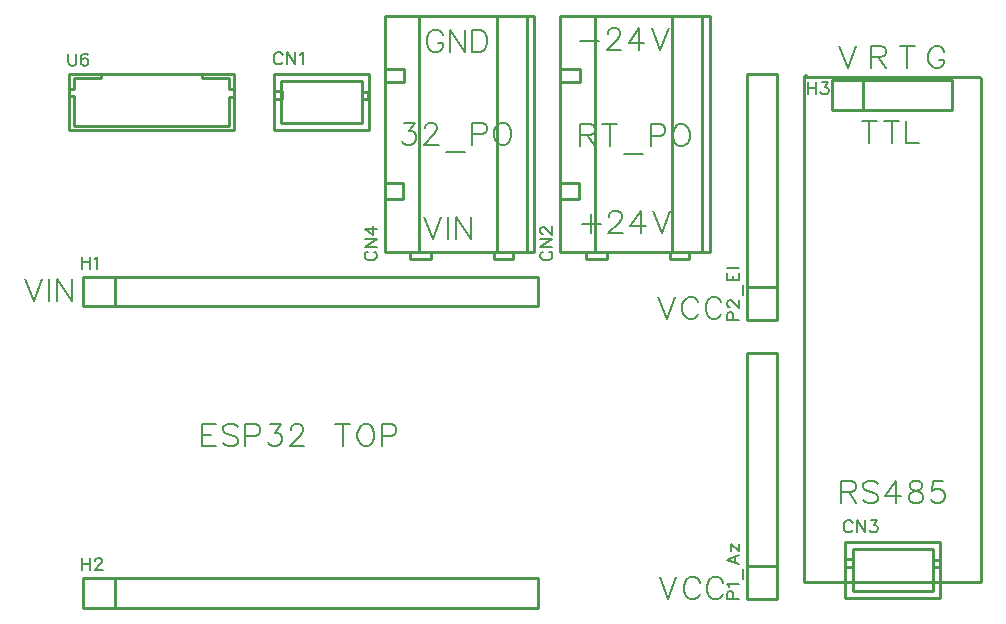
<source format=gto>
G04 Layer: TopSilkscreenLayer*
G04 EasyEDA Pro v2.2.34.8, 2025-02-09 20:03:56*
G04 Gerber Generator version 0.3*
G04 Scale: 100 percent, Rotated: No, Reflected: No*
G04 Dimensions in millimeters*
G04 Leading zeros omitted, absolute positions, 4 integers and 5 decimals*
%FSLAX45Y45*%
%MOMM*%
%ADD10C,0.203*%
%ADD11C,0.1524*%
%ADD12C,0.254*%
G75*


G04 Text Start*
G54D10*
G01X556260Y2989580D02*
G01X627380Y2802890D01*
G01X698500Y2989580D02*
G01X627380Y2802890D01*
G01X761492Y2989580D02*
G01X761492Y2802890D01*
G01X824484Y2989580D02*
G01X824484Y2802890D01*
G01X824484Y2989580D02*
G01X948944Y2802890D01*
G01X948944Y2989580D02*
G01X948944Y2802890D01*
G01X2054860Y1757680D02*
G01X2054860Y1570990D01*
G01X2054860Y1757680D02*
G01X2170430Y1757680D01*
G01X2054860Y1668780D02*
G01X2125980Y1668780D01*
G01X2054860Y1570990D02*
G01X2170430Y1570990D01*
G01X2357882Y1731010D02*
G01X2340102Y1748790D01*
G01X2313432Y1757680D01*
G01X2277872Y1757680D01*
G01X2251202Y1748790D01*
G01X2233422Y1731010D01*
G01X2233422Y1713230D01*
G01X2242312Y1695450D01*
G01X2251202Y1686560D01*
G01X2268982Y1677670D01*
G01X2322322Y1659890D01*
G01X2340102Y1651000D01*
G01X2348992Y1642110D01*
G01X2357882Y1624330D01*
G01X2357882Y1597660D01*
G01X2340102Y1579880D01*
G01X2313432Y1570990D01*
G01X2277872Y1570990D01*
G01X2251202Y1579880D01*
G01X2233422Y1597660D01*
G01X2420874Y1757680D02*
G01X2420874Y1570990D01*
G01X2420874Y1757680D02*
G01X2500884Y1757680D01*
G01X2527554Y1748790D01*
G01X2536444Y1739900D01*
G01X2545334Y1722120D01*
G01X2545334Y1695450D01*
G01X2536444Y1677670D01*
G01X2527554Y1668780D01*
G01X2500884Y1659890D01*
G01X2420874Y1659890D01*
G01X2626106Y1757680D02*
G01X2723896Y1757680D01*
G01X2670556Y1686560D01*
G01X2697226Y1686560D01*
G01X2715006Y1677670D01*
G01X2723896Y1668780D01*
G01X2732786Y1642110D01*
G01X2732786Y1624330D01*
G01X2723896Y1597660D01*
G01X2706116Y1579880D01*
G01X2679446Y1570990D01*
G01X2652776Y1570990D01*
G01X2626106Y1579880D01*
G01X2617216Y1588770D01*
G01X2608326Y1606550D01*
G01X2804668Y1713230D02*
G01X2804668Y1722120D01*
G01X2813558Y1739900D01*
G01X2822448Y1748790D01*
G01X2840228Y1757680D01*
G01X2875788Y1757680D01*
G01X2893568Y1748790D01*
G01X2902458Y1739900D01*
G01X2911348Y1722120D01*
G01X2911348Y1704340D01*
G01X2902458Y1686560D01*
G01X2884678Y1659890D01*
G01X2795778Y1570990D01*
G01X2920238Y1570990D01*
G01X3244596Y1757680D02*
G01X3244596Y1570990D01*
G01X3182366Y1757680D02*
G01X3306826Y1757680D01*
G01X3423158Y1757680D02*
G01X3405378Y1748790D01*
G01X3387598Y1731010D01*
G01X3378708Y1713230D01*
G01X3369818Y1686560D01*
G01X3369818Y1642110D01*
G01X3378708Y1615440D01*
G01X3387598Y1597660D01*
G01X3405378Y1579880D01*
G01X3423158Y1570990D01*
G01X3458718Y1570990D01*
G01X3476498Y1579880D01*
G01X3494278Y1597660D01*
G01X3503168Y1615440D01*
G01X3512058Y1642110D01*
G01X3512058Y1686560D01*
G01X3503168Y1713230D01*
G01X3494278Y1731010D01*
G01X3476498Y1748790D01*
G01X3458718Y1757680D01*
G01X3423158Y1757680D01*
G01X3575050Y1757680D02*
G01X3575050Y1570990D01*
G01X3575050Y1757680D02*
G01X3655060Y1757680D01*
G01X3681730Y1748790D01*
G01X3690620Y1739900D01*
G01X3699510Y1722120D01*
G01X3699510Y1695450D01*
G01X3690620Y1677670D01*
G01X3681730Y1668780D01*
G01X3655060Y1659890D01*
G01X3575050Y1659890D01*
G01X5347970Y3534410D02*
G01X5347970Y3374390D01*
G01X5267960Y3454400D02*
G01X5427980Y3454400D01*
G01X5499862Y3516630D02*
G01X5499862Y3525520D01*
G01X5508752Y3543300D01*
G01X5517642Y3552190D01*
G01X5535422Y3561080D01*
G01X5570982Y3561080D01*
G01X5588762Y3552190D01*
G01X5597652Y3543300D01*
G01X5606542Y3525520D01*
G01X5606542Y3507740D01*
G01X5597652Y3489960D01*
G01X5579872Y3463290D01*
G01X5490972Y3374390D01*
G01X5615432Y3374390D01*
G01X5767324Y3561080D02*
G01X5678424Y3436620D01*
G01X5811774Y3436620D01*
G01X5767324Y3561080D02*
G01X5767324Y3374390D01*
G01X5874766Y3561080D02*
G01X5945886Y3374390D01*
G01X6017006Y3561080D02*
G01X5945886Y3374390D01*
G01X5255260Y5003800D02*
G01X5415280Y5003800D01*
G01X5487162Y5066030D02*
G01X5487162Y5074920D01*
G01X5496052Y5092700D01*
G01X5504942Y5101590D01*
G01X5522722Y5110480D01*
G01X5558282Y5110480D01*
G01X5576062Y5101590D01*
G01X5584952Y5092700D01*
G01X5593842Y5074920D01*
G01X5593842Y5057140D01*
G01X5584952Y5039360D01*
G01X5567172Y5012690D01*
G01X5478272Y4923790D01*
G01X5602732Y4923790D01*
G01X5754624Y5110480D02*
G01X5665724Y4986020D01*
G01X5799074Y4986020D01*
G01X5754624Y5110480D02*
G01X5754624Y4923790D01*
G01X5862066Y5110480D02*
G01X5933186Y4923790D01*
G01X6004306Y5110480D02*
G01X5933186Y4923790D01*
G01X3934460Y3510280D02*
G01X4005580Y3323590D01*
G01X4076700Y3510280D02*
G01X4005580Y3323590D01*
G01X4139692Y3510280D02*
G01X4139692Y3323590D01*
G01X4202684Y3510280D02*
G01X4202684Y3323590D01*
G01X4202684Y3510280D02*
G01X4327144Y3323590D01*
G01X4327144Y3510280D02*
G01X4327144Y3323590D01*
G01X4093210Y5053330D02*
G01X4084320Y5071110D01*
G01X4066540Y5088890D01*
G01X4048760Y5097780D01*
G01X4013200Y5097780D01*
G01X3995420Y5088890D01*
G01X3977640Y5071110D01*
G01X3968750Y5053330D01*
G01X3959860Y5026660D01*
G01X3959860Y4982210D01*
G01X3968750Y4955540D01*
G01X3977640Y4937760D01*
G01X3995420Y4919980D01*
G01X4013200Y4911090D01*
G01X4048760Y4911090D01*
G01X4066540Y4919980D01*
G01X4084320Y4937760D01*
G01X4093210Y4955540D01*
G01X4093210Y4982210D01*
G01X4048760Y4982210D02*
G01X4093210Y4982210D01*
G01X4156202Y5097780D02*
G01X4156202Y4911090D01*
G01X4156202Y5097780D02*
G01X4280662Y4911090D01*
G01X4280662Y5097780D02*
G01X4280662Y4911090D01*
G01X4343654Y5097780D02*
G01X4343654Y4911090D01*
G01X4343654Y5097780D02*
G01X4405884Y5097780D01*
G01X4432554Y5088890D01*
G01X4450334Y5071110D01*
G01X4459224Y5053330D01*
G01X4468114Y5026660D01*
G01X4468114Y4982210D01*
G01X4459224Y4955540D01*
G01X4450334Y4937760D01*
G01X4432554Y4919980D01*
G01X4405884Y4911090D01*
G01X4343654Y4911090D01*
G01X3761740Y4310380D02*
G01X3859530Y4310380D01*
G01X3806190Y4239260D01*
G01X3832860Y4239260D01*
G01X3850640Y4230370D01*
G01X3859530Y4221480D01*
G01X3868420Y4194810D01*
G01X3868420Y4177030D01*
G01X3859530Y4150360D01*
G01X3841750Y4132580D01*
G01X3815080Y4123690D01*
G01X3788410Y4123690D01*
G01X3761740Y4132580D01*
G01X3752850Y4141470D01*
G01X3743960Y4159250D01*
G01X3940302Y4265930D02*
G01X3940302Y4274820D01*
G01X3949192Y4292600D01*
G01X3958082Y4301490D01*
G01X3975862Y4310380D01*
G01X4011422Y4310380D01*
G01X4029202Y4301490D01*
G01X4038092Y4292600D01*
G01X4046982Y4274820D01*
G01X4046982Y4257040D01*
G01X4038092Y4239260D01*
G01X4020312Y4212590D01*
G01X3931412Y4123690D01*
G01X4055872Y4123690D01*
G01X4118864Y4061460D02*
G01X4278884Y4061460D01*
G01X4341876Y4310380D02*
G01X4341876Y4123690D01*
G01X4341876Y4310380D02*
G01X4421886Y4310380D01*
G01X4448556Y4301490D01*
G01X4457446Y4292600D01*
G01X4466336Y4274820D01*
G01X4466336Y4248150D01*
G01X4457446Y4230370D01*
G01X4448556Y4221480D01*
G01X4421886Y4212590D01*
G01X4341876Y4212590D01*
G01X4582668Y4310380D02*
G01X4564888Y4301490D01*
G01X4547108Y4283710D01*
G01X4538218Y4265930D01*
G01X4529328Y4239260D01*
G01X4529328Y4194810D01*
G01X4538218Y4168140D01*
G01X4547108Y4150360D01*
G01X4564888Y4132580D01*
G01X4582668Y4123690D01*
G01X4618228Y4123690D01*
G01X4636008Y4132580D01*
G01X4653788Y4150360D01*
G01X4662678Y4168140D01*
G01X4671568Y4194810D01*
G01X4671568Y4239260D01*
G01X4662678Y4265930D01*
G01X4653788Y4283710D01*
G01X4636008Y4301490D01*
G01X4618228Y4310380D01*
G01X4582668Y4310380D01*
G01X5254562Y4296832D02*
G01X5254562Y4110142D01*
G01X5254562Y4296832D02*
G01X5334572Y4296832D01*
G01X5361242Y4287942D01*
G01X5370132Y4279052D01*
G01X5379022Y4261272D01*
G01X5379022Y4243492D01*
G01X5370132Y4225712D01*
G01X5361242Y4216822D01*
G01X5334572Y4207932D01*
G01X5254562Y4207932D01*
G01X5316792Y4207932D02*
G01X5379022Y4110142D01*
G01X5504244Y4296832D02*
G01X5504244Y4110142D01*
G01X5442014Y4296832D02*
G01X5566474Y4296832D01*
G01X5629466Y4047912D02*
G01X5789486Y4047912D01*
G01X5852478Y4296832D02*
G01X5852478Y4110142D01*
G01X5852478Y4296832D02*
G01X5932488Y4296832D01*
G01X5959158Y4287942D01*
G01X5968048Y4279052D01*
G01X5976938Y4261272D01*
G01X5976938Y4234602D01*
G01X5968048Y4216822D01*
G01X5959158Y4207932D01*
G01X5932488Y4199042D01*
G01X5852478Y4199042D01*
G01X6093270Y4296832D02*
G01X6075490Y4287942D01*
G01X6057710Y4270162D01*
G01X6048820Y4252382D01*
G01X6039930Y4225712D01*
G01X6039930Y4181262D01*
G01X6048820Y4154592D01*
G01X6057710Y4136812D01*
G01X6075490Y4119032D01*
G01X6093270Y4110142D01*
G01X6128830Y4110142D01*
G01X6146610Y4119032D01*
G01X6164390Y4136812D01*
G01X6173280Y4154592D01*
G01X6182170Y4181262D01*
G01X6182170Y4225712D01*
G01X6173280Y4252382D01*
G01X6164390Y4270162D01*
G01X6146610Y4287942D01*
G01X6128830Y4296832D01*
G01X6093270Y4296832D01*
G01X5915660Y2837180D02*
G01X5986780Y2650490D01*
G01X6057900Y2837180D02*
G01X5986780Y2650490D01*
G01X6254242Y2792730D02*
G01X6245352Y2810510D01*
G01X6227572Y2828290D01*
G01X6209792Y2837180D01*
G01X6174232Y2837180D01*
G01X6156452Y2828290D01*
G01X6138672Y2810510D01*
G01X6129782Y2792730D01*
G01X6120892Y2766060D01*
G01X6120892Y2721610D01*
G01X6129782Y2694940D01*
G01X6138672Y2677160D01*
G01X6156452Y2659380D01*
G01X6174232Y2650490D01*
G01X6209792Y2650490D01*
G01X6227572Y2659380D01*
G01X6245352Y2677160D01*
G01X6254242Y2694940D01*
G01X6450584Y2792730D02*
G01X6441694Y2810510D01*
G01X6423914Y2828290D01*
G01X6406134Y2837180D01*
G01X6370574Y2837180D01*
G01X6352794Y2828290D01*
G01X6335014Y2810510D01*
G01X6326124Y2792730D01*
G01X6317234Y2766060D01*
G01X6317234Y2721610D01*
G01X6326124Y2694940D01*
G01X6335014Y2677160D01*
G01X6352794Y2659380D01*
G01X6370574Y2650490D01*
G01X6406134Y2650490D01*
G01X6423914Y2659380D01*
G01X6441694Y2677160D01*
G01X6450584Y2694940D01*
G01X5928360Y462280D02*
G01X5999480Y275590D01*
G01X6070600Y462280D02*
G01X5999480Y275590D01*
G01X6266942Y417830D02*
G01X6258052Y435610D01*
G01X6240272Y453390D01*
G01X6222492Y462280D01*
G01X6186932Y462280D01*
G01X6169152Y453390D01*
G01X6151372Y435610D01*
G01X6142482Y417830D01*
G01X6133592Y391160D01*
G01X6133592Y346710D01*
G01X6142482Y320040D01*
G01X6151372Y302260D01*
G01X6169152Y284480D01*
G01X6186932Y275590D01*
G01X6222492Y275590D01*
G01X6240272Y284480D01*
G01X6258052Y302260D01*
G01X6266942Y320040D01*
G01X6463284Y417830D02*
G01X6454394Y435610D01*
G01X6436614Y453390D01*
G01X6418834Y462280D01*
G01X6383274Y462280D01*
G01X6365494Y453390D01*
G01X6347714Y435610D01*
G01X6338824Y417830D01*
G01X6329934Y391160D01*
G01X6329934Y346710D01*
G01X6338824Y320040D01*
G01X6347714Y302260D01*
G01X6365494Y284480D01*
G01X6383274Y275590D01*
G01X6418834Y275590D01*
G01X6436614Y284480D01*
G01X6454394Y302260D01*
G01X6463284Y320040D01*
G01X7704643Y4323080D02*
G01X7704643Y4136390D01*
G01X7642413Y4323080D02*
G01X7766873Y4323080D01*
G01X7892095Y4323080D02*
G01X7892095Y4136390D01*
G01X7829865Y4323080D02*
G01X7954325Y4323080D01*
G01X8017317Y4323080D02*
G01X8017317Y4136390D01*
G01X8017317Y4136390D02*
G01X8123997Y4136390D01*
G01X7465060Y1275080D02*
G01X7465060Y1088390D01*
G01X7465060Y1275080D02*
G01X7545070Y1275080D01*
G01X7571740Y1266190D01*
G01X7580630Y1257300D01*
G01X7589520Y1239520D01*
G01X7589520Y1221740D01*
G01X7580630Y1203960D01*
G01X7571740Y1195070D01*
G01X7545070Y1186180D01*
G01X7465060Y1186180D01*
G01X7527290Y1186180D02*
G01X7589520Y1088390D01*
G01X7776972Y1248410D02*
G01X7759192Y1266190D01*
G01X7732522Y1275080D01*
G01X7696962Y1275080D01*
G01X7670292Y1266190D01*
G01X7652512Y1248410D01*
G01X7652512Y1230630D01*
G01X7661402Y1212850D01*
G01X7670292Y1203960D01*
G01X7688072Y1195070D01*
G01X7741412Y1177290D01*
G01X7759192Y1168400D01*
G01X7768082Y1159510D01*
G01X7776972Y1141730D01*
G01X7776972Y1115060D01*
G01X7759192Y1097280D01*
G01X7732522Y1088390D01*
G01X7696962Y1088390D01*
G01X7670292Y1097280D01*
G01X7652512Y1115060D01*
G01X7928864Y1275080D02*
G01X7839964Y1150620D01*
G01X7973314Y1150620D01*
G01X7928864Y1275080D02*
G01X7928864Y1088390D01*
G01X8080756Y1275080D02*
G01X8054086Y1266190D01*
G01X8045196Y1248410D01*
G01X8045196Y1230630D01*
G01X8054086Y1212850D01*
G01X8071866Y1203960D01*
G01X8107426Y1195070D01*
G01X8134096Y1186180D01*
G01X8151876Y1168400D01*
G01X8160766Y1150620D01*
G01X8160766Y1123950D01*
G01X8151876Y1106170D01*
G01X8142986Y1097280D01*
G01X8116316Y1088390D01*
G01X8080756Y1088390D01*
G01X8054086Y1097280D01*
G01X8045196Y1106170D01*
G01X8036306Y1123950D01*
G01X8036306Y1150620D01*
G01X8045196Y1168400D01*
G01X8062976Y1186180D01*
G01X8089646Y1195070D01*
G01X8125206Y1203960D01*
G01X8142986Y1212850D01*
G01X8151876Y1230630D01*
G01X8151876Y1248410D01*
G01X8142986Y1266190D01*
G01X8116316Y1275080D01*
G01X8080756Y1275080D01*
G01X8330438Y1275080D02*
G01X8241538Y1275080D01*
G01X8232648Y1195070D01*
G01X8241538Y1203960D01*
G01X8268208Y1212850D01*
G01X8294878Y1212850D01*
G01X8321548Y1203960D01*
G01X8339328Y1186180D01*
G01X8348218Y1159510D01*
G01X8348218Y1141730D01*
G01X8339328Y1115060D01*
G01X8321548Y1097280D01*
G01X8294878Y1088390D01*
G01X8268208Y1088390D01*
G01X8241538Y1097280D01*
G01X8232648Y1106170D01*
G01X8223758Y1123950D01*
G01X7717484Y4958080D02*
G01X7717484Y4771390D01*
G01X7717484Y4958080D02*
G01X7797494Y4958080D01*
G01X7824164Y4949190D01*
G01X7833054Y4940300D01*
G01X7841944Y4922520D01*
G01X7841944Y4904740D01*
G01X7833054Y4886960D01*
G01X7824164Y4878070D01*
G01X7797494Y4869180D01*
G01X7717484Y4869180D01*
G01X7779714Y4869180D02*
G01X7841944Y4771390D01*
G01X8025191Y4959582D02*
G01X8025191Y4772892D01*
G01X7962961Y4959582D02*
G01X8087421Y4959582D01*
G01X8337156Y4913630D02*
G01X8328266Y4931410D01*
G01X8310486Y4949190D01*
G01X8292706Y4958080D01*
G01X8257146Y4958080D01*
G01X8239366Y4949190D01*
G01X8221586Y4931410D01*
G01X8212696Y4913630D01*
G01X8203806Y4886960D01*
G01X8203806Y4842510D01*
G01X8212696Y4815840D01*
G01X8221586Y4798060D01*
G01X8239366Y4780280D01*
G01X8257146Y4771390D01*
G01X8292706Y4771390D01*
G01X8310486Y4780280D01*
G01X8328266Y4798060D01*
G01X8337156Y4815840D01*
G01X8337156Y4842510D01*
G01X8292706Y4842510D02*
G01X8337156Y4842510D01*
G01X7450784Y4958080D02*
G01X7521904Y4771390D01*
G01X7593024Y4958080D02*
G01X7521904Y4771390D01*
G54D11*
G01X1036724Y3177570D02*
G01X1036724Y3075208D01*
G01X1105050Y3177570D02*
G01X1105050Y3075208D01*
G01X1036724Y3128802D02*
G01X1105050Y3128802D01*
G01X1143658Y3158012D02*
G01X1153564Y3162838D01*
G01X1168042Y3177570D01*
G01X1168042Y3075208D01*
G01X1036724Y624870D02*
G01X1036724Y522508D01*
G01X1105050Y624870D02*
G01X1105050Y522508D01*
G01X1036724Y576102D02*
G01X1105050Y576102D01*
G01X1148484Y600486D02*
G01X1148484Y605312D01*
G01X1153564Y615218D01*
G01X1158390Y620044D01*
G01X1168042Y624870D01*
G01X1187600Y624870D01*
G01X1197506Y620044D01*
G01X1202332Y615218D01*
G01X1207158Y605312D01*
G01X1207158Y595660D01*
G01X1202332Y585754D01*
G01X1192426Y571276D01*
G01X1143658Y522508D01*
G01X1211984Y522508D01*
G01X4940574Y3218218D02*
G01X4930922Y3213392D01*
G01X4921016Y3203740D01*
G01X4916190Y3193834D01*
G01X4916190Y3174276D01*
G01X4921016Y3164624D01*
G01X4930922Y3154718D01*
G01X4940574Y3149892D01*
G01X4955306Y3145066D01*
G01X4979690Y3145066D01*
G01X4994168Y3149892D01*
G01X5004074Y3154718D01*
G01X5013726Y3164624D01*
G01X5018552Y3174276D01*
G01X5018552Y3193834D01*
G01X5013726Y3203740D01*
G01X5004074Y3213392D01*
G01X4994168Y3218218D01*
G01X4916190Y3256826D02*
G01X5018552Y3256826D01*
G01X4916190Y3256826D02*
G01X5018552Y3325152D01*
G01X4916190Y3325152D02*
G01X5018552Y3325152D01*
G01X4940574Y3368586D02*
G01X4935748Y3368586D01*
G01X4925842Y3373666D01*
G01X4921016Y3378492D01*
G01X4916190Y3388144D01*
G01X4916190Y3407702D01*
G01X4921016Y3417608D01*
G01X4925842Y3422434D01*
G01X4935748Y3427260D01*
G01X4945400Y3427260D01*
G01X4955306Y3422434D01*
G01X4969784Y3412528D01*
G01X5018552Y3363760D01*
G01X5018552Y3432086D01*
G01X6499830Y2636921D02*
G01X6602192Y2636921D01*
G01X6499830Y2636921D02*
G01X6499830Y2680863D01*
G01X6504656Y2695595D01*
G01X6509482Y2700421D01*
G01X6519388Y2705247D01*
G01X6533866Y2705247D01*
G01X6543772Y2700421D01*
G01X6548598Y2695595D01*
G01X6553424Y2680863D01*
G01X6553424Y2636921D01*
G01X6524214Y2748681D02*
G01X6519388Y2748681D01*
G01X6509482Y2753761D01*
G01X6504656Y2758587D01*
G01X6499830Y2768239D01*
G01X6499830Y2787797D01*
G01X6504656Y2797703D01*
G01X6509482Y2802529D01*
G01X6519388Y2807355D01*
G01X6529040Y2807355D01*
G01X6538946Y2802529D01*
G01X6553424Y2792623D01*
G01X6602192Y2743855D01*
G01X6602192Y2812181D01*
G01X6636482Y2850789D02*
G01X6636482Y2938673D01*
G01X6499830Y2977281D02*
G01X6602192Y2977281D01*
G01X6499830Y2977281D02*
G01X6499830Y3040781D01*
G01X6548598Y2977281D02*
G01X6548598Y3016397D01*
G01X6602192Y2977281D02*
G01X6602192Y3040781D01*
G01X6499830Y3079389D02*
G01X6602192Y3079389D01*
G01X6499830Y274721D02*
G01X6602192Y274721D01*
G01X6499830Y274721D02*
G01X6499830Y318663D01*
G01X6504656Y333395D01*
G01X6509482Y338221D01*
G01X6519388Y343047D01*
G01X6533866Y343047D01*
G01X6543772Y338221D01*
G01X6548598Y333395D01*
G01X6553424Y318663D01*
G01X6553424Y274721D01*
G01X6519388Y381655D02*
G01X6514562Y391561D01*
G01X6499830Y406039D01*
G01X6602192Y406039D01*
G01X6636482Y444647D02*
G01X6636482Y532531D01*
G01X6499830Y610255D02*
G01X6602192Y571139D01*
G01X6499830Y610255D02*
G01X6602192Y649371D01*
G01X6568156Y585871D02*
G01X6568156Y634639D01*
G01X6533866Y741827D02*
G01X6602192Y687979D01*
G01X6533866Y687979D02*
G01X6533866Y741827D01*
G01X6602192Y687979D02*
G01X6602192Y741827D01*
G01X7183120Y4652772D02*
G01X7183120Y4550410D01*
G01X7251446Y4652772D02*
G01X7251446Y4550410D01*
G01X7183120Y4604004D02*
G01X7251446Y4604004D01*
G01X7299960Y4652772D02*
G01X7353554Y4652772D01*
G01X7324344Y4613656D01*
G01X7338822Y4613656D01*
G01X7348728Y4608830D01*
G01X7353554Y4604004D01*
G01X7358380Y4589272D01*
G01X7358380Y4579620D01*
G01X7353554Y4564888D01*
G01X7343902Y4555236D01*
G01X7329170Y4550410D01*
G01X7314438Y4550410D01*
G01X7299960Y4555236D01*
G01X7294880Y4560062D01*
G01X7290054Y4569714D01*
G01X2735072Y4882388D02*
G01X2730246Y4892040D01*
G01X2720594Y4901946D01*
G01X2710688Y4906772D01*
G01X2691130Y4906772D01*
G01X2681478Y4901946D01*
G01X2671572Y4892040D01*
G01X2666746Y4882388D01*
G01X2661920Y4867656D01*
G01X2661920Y4843272D01*
G01X2666746Y4828794D01*
G01X2671572Y4818888D01*
G01X2681478Y4809236D01*
G01X2691130Y4804410D01*
G01X2710688Y4804410D01*
G01X2720594Y4809236D01*
G01X2730246Y4818888D01*
G01X2735072Y4828794D01*
G01X2773680Y4906772D02*
G01X2773680Y4804410D01*
G01X2773680Y4906772D02*
G01X2842006Y4804410D01*
G01X2842006Y4906772D02*
G01X2842006Y4804410D01*
G01X2880614Y4887214D02*
G01X2890520Y4892040D01*
G01X2904998Y4906772D01*
G01X2904998Y4804410D01*
G01X920519Y4896274D02*
G01X920519Y4823122D01*
G01X925345Y4808390D01*
G01X935251Y4798738D01*
G01X949729Y4793912D01*
G01X959635Y4793912D01*
G01X974113Y4798738D01*
G01X984019Y4808390D01*
G01X988845Y4823122D01*
G01X988845Y4896274D01*
G01X1086127Y4881542D02*
G01X1081301Y4891448D01*
G01X1066569Y4896274D01*
G01X1056917Y4896274D01*
G01X1042185Y4891448D01*
G01X1032279Y4876716D01*
G01X1027453Y4852332D01*
G01X1027453Y4827948D01*
G01X1032279Y4808390D01*
G01X1042185Y4798738D01*
G01X1056917Y4793912D01*
G01X1061743Y4793912D01*
G01X1076221Y4798738D01*
G01X1086127Y4808390D01*
G01X1090953Y4823122D01*
G01X1090953Y4827948D01*
G01X1086127Y4842680D01*
G01X1076221Y4852332D01*
G01X1061743Y4857158D01*
G01X1056917Y4857158D01*
G01X1042185Y4852332D01*
G01X1032279Y4842680D01*
G01X1027453Y4827948D01*
G01X7561072Y919988D02*
G01X7556246Y929640D01*
G01X7546594Y939546D01*
G01X7536688Y944372D01*
G01X7517130Y944372D01*
G01X7507478Y939546D01*
G01X7497572Y929640D01*
G01X7492746Y919988D01*
G01X7487920Y905256D01*
G01X7487920Y880872D01*
G01X7492746Y866394D01*
G01X7497572Y856488D01*
G01X7507478Y846836D01*
G01X7517130Y842010D01*
G01X7536688Y842010D01*
G01X7546594Y846836D01*
G01X7556246Y856488D01*
G01X7561072Y866394D01*
G01X7599680Y944372D02*
G01X7599680Y842010D01*
G01X7599680Y944372D02*
G01X7668006Y842010D01*
G01X7668006Y944372D02*
G01X7668006Y842010D01*
G01X7716520Y944372D02*
G01X7770114Y944372D01*
G01X7740904Y905256D01*
G01X7755382Y905256D01*
G01X7765288Y900430D01*
G01X7770114Y895604D01*
G01X7774940Y880872D01*
G01X7774940Y871220D01*
G01X7770114Y856488D01*
G01X7760462Y846836D01*
G01X7745730Y842010D01*
G01X7730998Y842010D01*
G01X7716520Y846836D01*
G01X7711440Y851662D01*
G01X7706614Y861314D01*
G01X3454674Y3218218D02*
G01X3445022Y3213392D01*
G01X3435116Y3203740D01*
G01X3430290Y3193834D01*
G01X3430290Y3174276D01*
G01X3435116Y3164624D01*
G01X3445022Y3154718D01*
G01X3454674Y3149892D01*
G01X3469406Y3145066D01*
G01X3493790Y3145066D01*
G01X3508268Y3149892D01*
G01X3518174Y3154718D01*
G01X3527826Y3164624D01*
G01X3532652Y3174276D01*
G01X3532652Y3193834D01*
G01X3527826Y3203740D01*
G01X3518174Y3213392D01*
G01X3508268Y3218218D01*
G01X3430290Y3256826D02*
G01X3532652Y3256826D01*
G01X3430290Y3256826D02*
G01X3532652Y3325152D01*
G01X3430290Y3325152D02*
G01X3532652Y3325152D01*
G01X3430290Y3412528D02*
G01X3498616Y3363760D01*
G01X3498616Y3437166D01*
G01X3430290Y3412528D02*
G01X3532652Y3412528D01*
G04 Text End*

G04 PolygonModel Start*
G54D12*
G01X7150100Y419100D02*
G01X8648700Y419100D01*
G01X8648700Y419100D02*
G01X8648700Y4686300D01*
G01X8636000Y4699000D01*
G01X7442200Y4699000D01*
G01X7150100Y419100D02*
G01X7150100Y4699000D01*
G01X7162800Y4711700D01*
G01X7175500Y4699000D01*
G01X7442200Y4699000D01*
G01X1320800Y3007898D02*
G01X1320800Y2757899D01*
G01X1041804Y2757899D02*
G01X4901796Y2757899D01*
G01X1041804Y3007898D02*
G01X1041804Y2757899D01*
G01X4901796Y3007898D02*
G01X1041804Y3007898D01*
G01X4901796Y2757899D02*
G01X4901796Y3007898D01*
G01X1320800Y455198D02*
G01X1320800Y205199D01*
G01X1041804Y205199D02*
G01X4901796Y205199D01*
G01X1041804Y455198D02*
G01X1041804Y205199D01*
G01X4901796Y455198D02*
G01X1041804Y455198D01*
G01X4901796Y205199D02*
G01X4901796Y455198D01*
G01X5088402Y3216402D02*
G01X5088402Y5216401D01*
G01X6353399Y3216402D02*
G01X6353399Y5216401D01*
G01X5088402Y5216401D02*
G01X6353399Y5216401D01*
G01X5088402Y3216402D02*
G01X6353399Y3216402D01*
G01X5088402Y3663958D02*
G01X5244402Y3663958D01*
G01X5244402Y3663958D02*
G01X5244402Y3797402D01*
G01X5244402Y3797402D02*
G01X5088402Y3797402D01*
G01X5088402Y4653219D02*
G01X5251402Y4653219D01*
G01X5251402Y4653219D02*
G01X5251402Y4766399D01*
G01X5251402Y4766399D02*
G01X5088402Y4766399D01*
G01X5378049Y3216402D02*
G01X5378049Y5216401D01*
G01X6287102Y3216402D02*
G01X6287102Y5216401D01*
G01X6033102Y3216402D02*
G01X6033102Y5194399D01*
G01X5304401Y3156400D02*
G01X5478402Y3156400D01*
G01X6013399Y3156400D02*
G01X6173396Y3156400D01*
G01X5304401Y3156400D02*
G01X5304401Y3201403D01*
G01X5478402Y3156400D02*
G01X5478402Y3201403D01*
G01X6013399Y3156400D02*
G01X6013399Y3198401D01*
G01X6173396Y3156400D02*
G01X6173396Y3198401D01*
G01X6669502Y2921000D02*
G01X6919501Y2921000D01*
G01X6919501Y2642001D02*
G01X6919501Y4723999D01*
G01X6669502Y2642001D02*
G01X6919501Y2642001D01*
G01X6669502Y4723999D02*
G01X6669502Y2642001D01*
G01X6919501Y4723999D02*
G01X6669502Y4723999D01*
G01X6669502Y558800D02*
G01X6919501Y558800D01*
G01X6919501Y279801D02*
G01X6919501Y2361799D01*
G01X6669502Y279801D02*
G01X6919501Y279801D01*
G01X6669502Y2361799D02*
G01X6669502Y279801D01*
G01X6919501Y2361799D02*
G01X6669502Y2361799D01*
G01X7647752Y4673600D02*
G01X8407400Y4673600D01*
G01X8407400Y4673600D02*
G01X8407400Y4419600D01*
G01X8407400Y4419600D02*
G01X7391400Y4419600D01*
G01X7391400Y4419600D02*
G01X7391400Y4673600D01*
G01X7391400Y4673600D02*
G01X7647752Y4673600D01*
G01X7647752Y4673600D02*
G01X7647752Y4419600D01*
G01X3463696Y4247591D02*
G01X2659685Y4247591D01*
G01X2659685Y4724603D01*
G01X3463696Y4724603D01*
G01X3463696Y4247591D01*
G01X3404692Y4307611D02*
G01X2725699Y4307611D01*
G01X2725699Y4664608D01*
G01X3404692Y4664608D01*
G01X3404692Y4307611D01*
G01X3460699Y4512589D02*
G01X3404692Y4512589D01*
G01X3404692Y4574591D01*
G01X3460699Y4574591D01*
G01X3460699Y4512589D01*
G01X2726690Y4512589D02*
G01X2661691Y4512589D01*
G01X2661691Y4575581D01*
G01X2726690Y4575581D01*
G01X2726690Y4512589D01*
G01X2285604Y4686597D02*
G01X2285604Y4596600D01*
G01X2285604Y4596600D02*
G01X2325601Y4596600D01*
G01X2325601Y4526600D02*
G01X2325601Y4246601D01*
G01X965599Y4536600D02*
G01X965599Y4286601D01*
G01X965599Y4286601D02*
G01X2285601Y4286601D01*
G01X2285601Y4286601D02*
G01X2285601Y4526600D01*
G01X2285601Y4526600D02*
G01X2325601Y4526600D01*
G01X2325601Y4526600D02*
G01X2325601Y4726600D01*
G01X965599Y4536600D02*
G01X925599Y4536600D01*
G01X965596Y4686597D02*
G01X965596Y4596600D01*
G01X965596Y4596600D02*
G01X925599Y4596600D01*
G01X925599Y4726600D02*
G01X925599Y4246601D01*
G01X925599Y4726600D02*
G01X2325601Y4726600D01*
G01X2325601Y4246601D02*
G01X925599Y4246601D01*
G01X2285604Y4686597D02*
G01X2055602Y4686597D01*
G01X2055602Y4686597D02*
G01X2055599Y4726602D01*
G01X965596Y4686597D02*
G01X1195601Y4686597D01*
G01X1195601Y4686597D02*
G01X1195598Y4726602D01*
G01X8302396Y285191D02*
G01X7498385Y285191D01*
G01X7498385Y762203D01*
G01X8302396Y762203D01*
G01X8302396Y285191D01*
G01X8243392Y345211D02*
G01X7564399Y345211D01*
G01X7564399Y702208D01*
G01X8243392Y702208D01*
G01X8243392Y345211D01*
G01X8299399Y550189D02*
G01X8243392Y550189D01*
G01X8243392Y612191D01*
G01X8299399Y612191D01*
G01X8299399Y550189D01*
G01X7565390Y550189D02*
G01X7500391Y550189D01*
G01X7500391Y613181D01*
G01X7565390Y613181D01*
G01X7565390Y550189D01*
G01X3602502Y3216402D02*
G01X3602502Y5216401D01*
G01X4867499Y3216402D02*
G01X4867499Y5216401D01*
G01X3602502Y5216401D02*
G01X4867499Y5216401D01*
G01X3602502Y3216402D02*
G01X4867499Y3216402D01*
G01X3602502Y3663958D02*
G01X3758502Y3663958D01*
G01X3758502Y3663958D02*
G01X3758502Y3797402D01*
G01X3758502Y3797402D02*
G01X3602502Y3797402D01*
G01X3602502Y4653219D02*
G01X3765502Y4653219D01*
G01X3765502Y4653219D02*
G01X3765502Y4766399D01*
G01X3765502Y4766399D02*
G01X3602502Y4766399D01*
G01X3892149Y3216402D02*
G01X3892149Y5216401D01*
G01X4801202Y3216402D02*
G01X4801202Y5216401D01*
G01X4547202Y3216402D02*
G01X4547202Y5194399D01*
G01X3818501Y3156400D02*
G01X3992502Y3156400D01*
G01X4527499Y3156400D02*
G01X4687496Y3156400D01*
G01X3818501Y3156400D02*
G01X3818501Y3201403D01*
G01X3992502Y3156400D02*
G01X3992502Y3201403D01*
G01X4527499Y3156400D02*
G01X4527499Y3198401D01*
G01X4687496Y3156400D02*
G01X4687496Y3198401D01*

M02*


</source>
